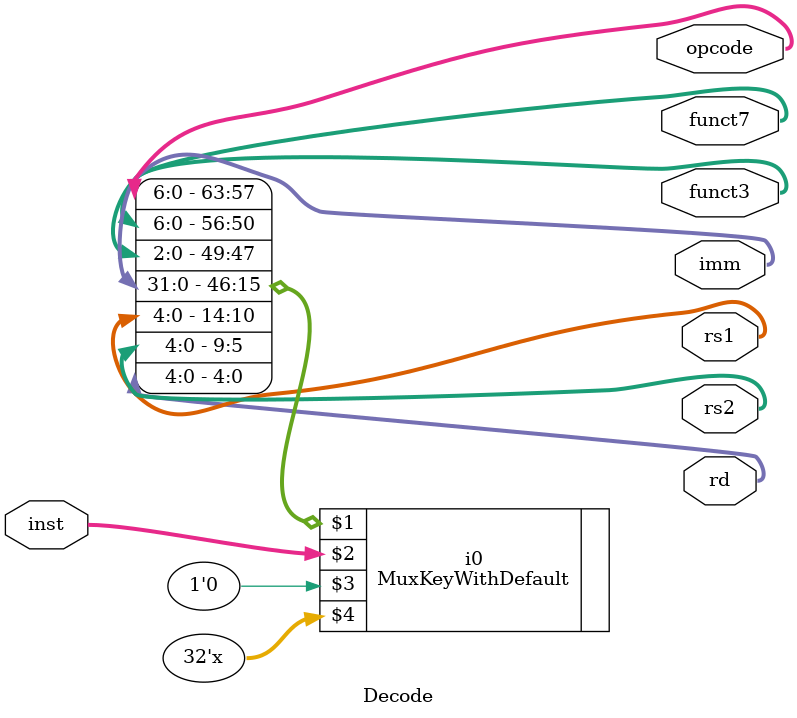
<source format=v>
module Decode (
        input [31:0] inst,
        output [6:0] opcode,
        output [6:0] funct7,
        output [2:0] funct3,
        output reg [31:0] imm,
        output reg [4:0] rs1,
        output reg [4:0] rs2,
        output reg [4:0] rd
    );
    MuxKeyWithDefault #(1, 7, 7+7+3+32+5+5+5) i0 ({opcode, funct7, funct3, imm, rs1, rs2, rd}, inst, 1'b0, {
                          32'b??
                      });


endmodule

</source>
